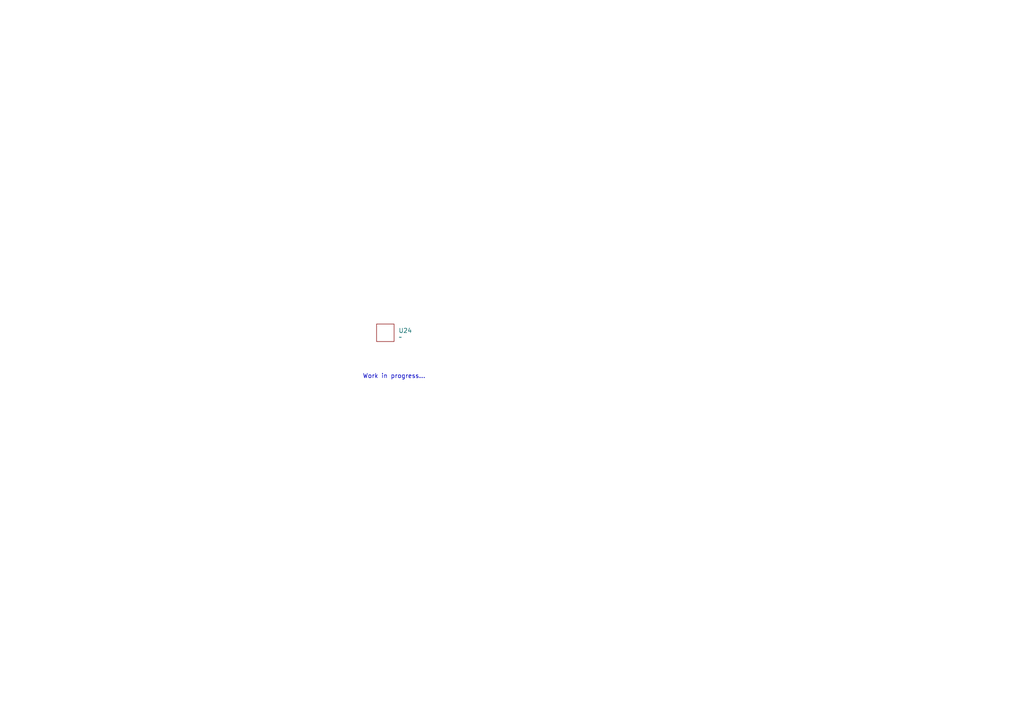
<source format=kicad_sch>
(kicad_sch (version 20231120) (generator "eeschema") (generator_version "8.0")
  (paper "A4")
  (title_block (date "2024-08-28") (rev "1") (company "Magnus Oksbøl Therkelsen") (comment 1 "Author: Magnus Oksbøl Therkelsen") (comment 2 "Checked by: "))
  (lib_symbols
    (symbol "cubesat_rp2040:SNC65C116xE"
      (property "Reference" "U" (at 0 0 0))
      (symbol "SNC65C116xE_0_1"
        (rectangle (start -2.54 2.54) (end 2.54 -2.54))
      )
    )
  )
  (text "Work in progress...\n" (at 114.3 109.22 0) (effects (font (size 1.27 1.27))))
  (symbol (lib_id "cubesat_rp2040:SNC65C116xE") (at 111.76 96.52 0) (unit 1)
    (property "Reference" "U24" (at 115.57 95.8849 0) (effects (justify left)))
    (property "Value" "~" (at 115.57 97.79 0) (effects (justify left)))
  )
)
</source>
